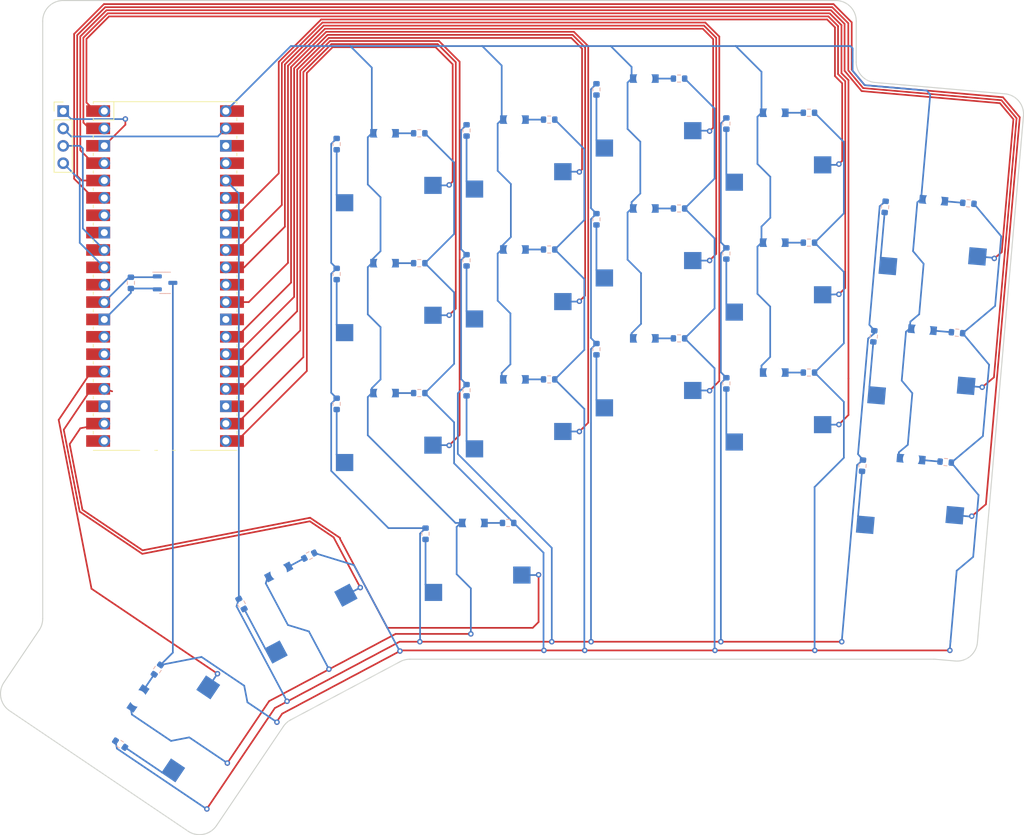
<source format=kicad_pcb>
(kicad_pcb (version 20221018) (generator pcbnew)
  (title_block (title "keeb") (rev "v1.0.0") (company "Unknown"))
  (layers (0 "F.Cu" signal) (31 "B.Cu" signal) (34 "B.Paste" user) (35 "F.Paste" user) (36 "B.SilkS" user "B.Silkscreen") (37 "F.SilkS" user "F.Silkscreen") (38 "B.Mask" user) (39 "F.Mask" user) (44 "Edge.Cuts" user))
  (net 0 "")
  (net 1 "LED_GATE")
  (net 2 "GND")
  (net 3 "LED_MOSFET_DRAIN")
  (net 4 "VBUS")
  (net 5 "V3")
  (net 6 "VSYS")
  (net 7 "AGND")
  (net 8 "V3_EN")
  (net 9 "RUN")
  (net 10 "ADC_VREF")
  (net 11 "mirror_matrix_pinky_bottom_LED")
  (net 12 "mirror_matrix_pinky_home_LED")
  (net 13 "mirror_matrix_pinky_top_LED")
  (net 14 "mirror_matrix_ring_bottom_LED")
  (net 15 "mirror_matrix_ring_home_LED")
  (net 16 "mirror_matrix_ring_top_LED")
  (net 17 "mirror_matrix_middle_bottom_LED")
  (net 18 "mirror_matrix_middle_home_LED")
  (net 19 "mirror_matrix_middle_top_LED")
  (net 20 "mirror_matrix_index_bottom_LED")
  (net 21 "mirror_matrix_index_home_LED")
  (net 22 "mirror_matrix_index_top_LED")
  (net 23 "mirror_matrix_inner_bottom_LED")
  (net 24 "mirror_matrix_inner_home_LED")
  (net 25 "mirror_matrix_inner_top_LED")
  (net 26 "mirror_thumbfan_near_thumb_LED")
  (net 27 "mirror_thumbfan_home_thumb_LED")
  (net 28 "mirror_thumbfan_far_thumb_LED")
  (net 29 "mirror_matrix_pinky_bottom")
  (net 30 "mirror_matrix_pinky_bottom_R")
  (net 31 "mirror_matrix_pinky_home")
  (net 32 "mirror_matrix_pinky_home_R")
  (net 33 "mirror_matrix_pinky_top")
  (net 34 "mirror_matrix_pinky_top_R")
  (net 35 "mirror_matrix_ring_bottom")
  (net 36 "mirror_matrix_ring_bottom_R")
  (net 37 "mirror_matrix_ring_home")
  (net 38 "mirror_matrix_ring_home_R")
  (net 39 "mirror_matrix_ring_top")
  (net 40 "mirror_matrix_ring_top_R")
  (net 41 "mirror_matrix_middle_bottom")
  (net 42 "mirror_matrix_middle_bottom_R")
  (net 43 "mirror_matrix_middle_home")
  (net 44 "mirror_matrix_middle_home_R")
  (net 45 "mirror_matrix_middle_top")
  (net 46 "mirror_matrix_middle_top_R")
  (net 47 "mirror_matrix_index_bottom")
  (net 48 "mirror_matrix_index_bottom_R")
  (net 49 "mirror_matrix_index_home")
  (net 50 "mirror_matrix_index_home_R")
  (net 51 "mirror_matrix_index_top")
  (net 52 "mirror_matrix_index_top_R")
  (net 53 "mirror_matrix_inner_bottom")
  (net 54 "mirror_matrix_inner_bottom_R")
  (net 55 "mirror_matrix_inner_home")
  (net 56 "mirror_matrix_inner_home_R")
  (net 57 "mirror_matrix_inner_top")
  (net 58 "mirror_matrix_inner_top_R")
  (net 59 "mirror_thumbfan_near_thumb")
  (net 60 "mirror_thumbfan_near_thumb_R")
  (net 61 "mirror_thumbfan_home_thumb")
  (net 62 "mirror_thumbfan_home_thumb_R")
  (net 63 "mirror_thumbfan_far_thumb")
  (net 64 "mirror_thumbfan_far_thumb_R")
  (net 65 "MIRROR_SDA")
  (net 66 "MIRROR_SCL")
  (net 67 "GP5")
  (net 68 "GP8")
  (net 69 "GP10")
  (net 70 "GP11")
  (footprint "LED_1305_3412Metric" (layer "F.Cu") (at 169.460231 141.605823)
    (fp_text reference "LED32" hide)
    (fp_text value "" hide)
  )
  (footprint "MX" (layer "F.Cu") (at 249.355594 137.467148 175)
    (fp_text reference "S21" hide)
    (fp_text value "" hide)
  )
  (footprint "LED_1305_3412Metric" (layer "F.Cu") (at 207.460229 114.60582)
    (fp_text reference "LED27" hide)
    (fp_text value "" hide)
  )
  (footprint "MX" (layer "F.Cu") (at 137.605053 208.110368 -124)
    (fp_text reference "S36" hide)
    (fp_text value "" hide)
  )
  (footprint "MX" (layer "F.Cu") (at 247.69964 156.394847 175)
    (fp_text reference "S20" hide)
    (fp_text value "" hide)
  )
  (footprint "MX" (layer "F.Cu") (at 207.460226 138.685819 180)
    (fp_text reference "S26" hide)
    (fp_text value "" hide)
  )
  (footprint "MX" (layer "F.Cu") (at 169.460229 165.68582 180)
    (fp_text reference "S31" hide)
    (fp_text value "" hide)
  )
  (footprint "LED_1305_3412Metric" (layer "F.Cu") (at 169.460228 160.605819)
    (fp_text reference "LED31" hide)
    (fp_text value "" hide)
  )
  (footprint "MX" (layer "F.Cu") (at 226.460225 162.685821 180)
    (fp_text reference "S22" hide)
    (fp_text value "" hide)
  )
  (footprint "MX" (layer "F.Cu") (at 169.460227 127.685821 180)
    (fp_text reference "S33" hide)
    (fp_text value "" hide)
  )
  (footprint "LED_1305_3412Metric" (layer "F.Cu") (at 133.393545 205.269668 56)
    (fp_text reference "LED36" hide)
    (fp_text value "" hide)
  )
  (footprint "MX" (layer "F.Cu") (at 188.460226 125.685819 180)
    (fp_text reference "S30" hide)
    (fp_text value "" hide)
  )
  (footprint "MX" (layer "F.Cu") (at 182.460226 184.685822 180)
    (fp_text reference "S34" hide)
    (fp_text value "" hide)
  )
  (footprint "MX" (layer "F.Cu") (at 226.460226 143.68582 180)
    (fp_text reference "S23" hide)
    (fp_text value "" hide)
  )
  (footprint "MX" (layer "F.Cu") (at 226.460225 124.685818 180)
    (fp_text reference "S24" hide)
    (fp_text value "" hide)
  )
  (footprint "LED_1305_3412Metric" (layer "F.Cu") (at 153.975436 186.770207 28)
    (fp_text reference "LED35" hide)
    (fp_text value "" hide)
  )
  (footprint "LED_1305_3412Metric" (layer "F.Cu") (at 226.460228 138.605818)
    (fp_text reference "LED23" hide)
    (fp_text value "" hide)
  )
  (footprint "LED_1305_3412Metric" (layer "F.Cu") (at 188.460226 158.605822)
    (fp_text reference "LED28" hide)
    (fp_text value "" hide)
  )
  (footprint "LED_1305_3412Metric" (layer "F.Cu") (at 188.460226 120.605819)
    (fp_text reference "LED30" hide)
    (fp_text value "" hide)
  )
  (footprint "MX" (layer "F.Cu") (at 207.460224 157.685819 180)
    (fp_text reference "S25" hide)
    (fp_text value "" hide)
  )
  (footprint "LED_1305_3412Metric" (layer "F.Cu") (at 226.460225 157.605822)
    (fp_text reference "LED22" hide)
    (fp_text value "" hide)
  )
  (footprint "LED_1305_3412Metric" (layer "F.Cu") (at 169.460223 122.605821)
    (fp_text reference "LED33" hide)
    (fp_text value "" hide)
  )
  (footprint "MX" (layer "F.Cu") (at 188.460226 163.685819 180)
    (fp_text reference "S28" hide)
    (fp_text value "" hide)
  )
  (footprint "LED_1305_3412Metric" (layer "F.Cu") (at 207.460227 133.605819)
    (fp_text reference "LED26" hide)
    (fp_text value "" hide)
  )
  (footprint "LED_1305_3412Metric" (layer "F.Cu") (at 246.486433 170.261881 -5)
    (fp_text reference "LED19" hide)
    (fp_text value "" hide)
  )
  (footprint "LED_1305_3412Metric" (layer "F.Cu") (at 182.460231 179.60582)
    (fp_text reference "LED34" hide)
    (fp_text value "" hide)
  )
  (footprint "LED_1305_3412Metric" (layer "F.Cu") (at 248.142389 151.334178 -5)
    (fp_text reference "LED20" hide)
    (fp_text value "" hide)
  )
  (footprint "MX" (layer "F.Cu") (at 188.460226 144.68582 180)
    (fp_text reference "S29" hide)
    (fp_text value "" hide)
  )
  (footprint "PinHeader_1x04_P2.54mm_Vertical" (layer "F.Cu") (at 122.46023 119.365818)
    (fp_text reference "_2" hide)
    (fp_text value "" hide)
  )
  (footprint "LED_1305_3412Metric" (layer "F.Cu") (at 226.460228 119.605819)
    (fp_text reference "LED24" hide)
    (fp_text value "" hide)
  )
  (footprint "MX" (layer "F.Cu") (at 156.360345 191.25558 -152)
    (fp_text reference "S35" hide)
    (fp_text value "" hide)
  )
  (footprint "MX" (layer "F.Cu") (at 169.460229 146.685824 180)
    (fp_text reference "S32" hide)
    (fp_text value "" hide)
  )
  (footprint "LED_1305_3412Metric" (layer "F.Cu") (at 249.798346 132.406479 -5)
    (fp_text reference "LED21" hide)
    (fp_text value "" hide)
  )
  (footprint "MX" (layer "F.Cu") (at 207.460226 119.68582 180)
    (fp_text reference "S27" hide)
    (fp_text value "" hide)
  )
  (footprint "LED_1305_3412Metric" (layer "F.Cu") (at 188.460225 139.60582)
    (fp_text reference "LED29" hide)
    (fp_text value "" hide)
  )
  (footprint "RPi_Pico_SMD_TH" (layer "F.Cu") (at 137.360226 143.485818)
    (fp_text reference "MCU2" hide)
    (fp_text value "" hide)
  )
  (footprint "LED_1305_3412Metric" (layer "F.Cu") (at 207.460226 152.605819)
    (fp_text reference "LED25" hide)
    (fp_text value "" hide)
  )
  (footprint "MX" (layer "F.Cu") (at 246.043684 175.322551 175)
    (fp_text reference "S19" hide)
    (fp_text value "" hide)
  )
  (footprint "R_0603_1608Metric" (layer "B.Cu") (at 162.460229 124.185818 -90)
    (fp_text reference "R71" hide)
    (fp_text value "" hide)
  )
  (footprint "R_0603_1608Metric" (layer "B.Cu") (at 158.460806 184.385294 28)
    (fp_text reference "R55" hide)
    (fp_text value "" hide)
  )
  (footprint "R_0603_1608Metric" (layer "B.Cu") (at 231.540226 157.60582)
    (fp_text reference "R42" hide)
    (fp_text value "" hide)
  )
  (footprint "R_0603_1608Metric" (layer "B.Cu") (at 130.789076 211.956455 -34)
    (fp_text reference "R74" hide)
    (fp_text value "" hide)
  )
  (footprint "R_0603_1608Metric" (layer "B.Cu") (at 212.540226 133.60582)
    (fp_text reference "R46" hide)
    (fp_text value "" hide)
  )
  (footprint "R_0603_1608Metric" (layer "B.Cu") (at 136.234243 201.058159 56)
    (fp_text reference "R56" hide)
    (fp_text value "" hide)
  )
  (footprint "R_0603_1608Metric" (layer "B.Cu") (at 193.540223 120.605819)
    (fp_text reference "R50" hide)
    (fp_text value "" hide)
  )
  (footprint "R_0603_1608Metric" (layer "B.Cu") (at 212.540224 152.605818)
    (fp_text reference "R45" hide)
    (fp_text value "" hide)
  )
  (footprint "R_0603_1608Metric" (layer "B.Cu") (at 174.54023 160.605821)
    (fp_text reference "R51" hide)
    (fp_text value "" hide)
  )
  (footprint "R_0603_1608Metric" (layer "B.Cu") (at 231.540226 138.605819)
    (fp_text reference "R43" hide)
    (fp_text value "" hide)
  )
  (footprint "R_0603_1608Metric" (layer "B.Cu") (at 231.540229 119.60582)
    (fp_text reference "R44" hide)
    (fp_text value "" hide)
  )
  (footprint "R_0603_1608Metric" (layer "B.Cu") (at 193.540224 158.605819)
    (fp_text reference "R48" hide)
    (fp_text value "" hide)
  )
  (footprint "R_0603_1608Metric" (layer "B.Cu") (at 241.031321 152.298079 -95)
    (fp_text reference "R58" hide)
    (fp_text value "" hide)
  )
  (footprint "R_0603_1608Metric" (layer "B.Cu") (at 219.460224 140.185818 -90)
    (fp_text reference "R61" hide)
    (fp_text value "" hide)
  )
  (footprint "R_0603_1608Metric" (layer "B.Cu") (at 193.540225 139.605819)
    (fp_text reference "R49" hide)
    (fp_text value "" hide)
  )
  (footprint "R_0603_1608Metric" (layer "B.Cu") (at 174.540225 122.60582)
    (fp_text reference "R53" hide)
    (fp_text value "" hide)
  )
  (footprint "R_0603_1608Metric" (layer "B.Cu") (at 239.375361 171.225775 -95)
    (fp_text reference "R57" hide)
    (fp_text value "" hide)
  )
  (footprint "R_0603_1608Metric" (layer "B.Cu") (at 187.54023 179.605818)
    (fp_text reference "R54" hide)
    (fp_text value "" hide)
  )
  (footprint "R_0603_1608Metric" (layer "B.Cu") (at 175.460229 181.185819 -90)
    (fp_text reference "R72" hide)
    (fp_text value "" hide)
  )
  (footprint "R_0603_1608Metric" (layer "B.Cu") (at 212.540228 114.60582)
    (fp_text reference "R47" hide)
    (fp_text value "" hide)
  )
  (footprint "R_0603_1608Metric" (layer "B.Cu") (at 162.460229 143.185817 -90)
    (fp_text reference "R70" hide)
    (fp_text value "" hide)
  )
  (footprint "R_0603_1608Metric" (layer "B.Cu") (at 148.536563 191.451566 -62)
    (fp_text reference "R73" hide)
    (fp_text value "" hide)
  )
  (footprint "R_0603_1608Metric" (layer "B.Cu") (at 253.203056 151.776928 -5)
    (fp_text reference "R40" hide)
    (fp_text value "" hide)
  )
  (footprint "SOT-23-3" (layer "B.Cu") (at 137.360226 144.485819)
    (fp_text reference "M2" hide)
    (fp_text value "" hide)
  )
  (footprint "R_0603_1608Metric" (layer "B.Cu") (at 162.460231 162.185821 -90)
    (fp_text reference "R69" hide)
    (fp_text value "" hide)
  )
  (footprint "R_0603_1608Metric" (layer "B.Cu") (at 219.460225 159.185818 -90)
    (fp_text reference "R60" hide)
    (fp_text value "" hide)
  )
  (footprint "R_0603_1608Metric" (layer "B.Cu") (at 181.460226 141.185818 -90)
    (fp_text reference "R67" hide)
    (fp_text value "" hide)
  )
  (footprint "R_0603_1608Metric" (layer "B.Cu") (at 200.460225 154.18582 -90)
    (fp_text reference "R63" hide)
    (fp_text value "" hide)
  )
  (footprint "R_0603_1608Metric" (layer "B.Cu") (at 200.460225 116.185821 -90)
    (fp_text reference "R65" hide)
    (fp_text value "" hide)
  )
  (footprint "R_0603_1608Metric" (layer "B.Cu") (at 251.5471 170.704632 -5)
    (fp_text reference "R39" hide)
    (fp_text value "" hide)
  )
  (footprint "R_0603_1608Metric" (layer "B.Cu") (at 254.859016 132.849229 -5)
    (fp_text reference "R41" hide)
    (fp_text value "" hide)
  )
  (footprint "R_0603_1608Metric" (layer "B.Cu") (at 132.360229 144.485819 -90)
    (fp_text reference "R2" hide)
    (fp_text value "" hide)
  )
  (footprint "R_0603_1608Metric" (layer "B.Cu") (at 174.540228 141.60582)
    (fp_text reference "R52" hide)
    (fp_text value "" hide)
  )
  (footprint "R_0603_1608Metric" (layer "B.Cu") (at 200.460224 135.185819 -90)
    (fp_text reference "R64" hide)
    (fp_text value "" hide)
  )
  (footprint "R_0603_1608Metric" (layer "B.Cu") (at 242.687279 133.370376 -95)
    (fp_text reference "R59" hide)
    (fp_text value "" hide)
  )
  (footprint "R_0603_1608Metric" (layer "B.Cu") (at 181.460227 160.18582 -90)
    (fp_text reference "R66" hide)
    (fp_text value "" hide)
  )
  (footprint "R_0603_1608Metric" (layer "B.Cu") (at 181.460223 122.185819 -90)
    (fp_text reference "R68" hide)
    (fp_text value "" hide)
  )
  (footprint "R_0603_1608Metric" (layer "B.Cu") (at 219.460226 121.185819 -90)
    (fp_text reference "R62" hide)
    (fp_text value "" hide)
  )
  (gr_arc (start 114.612445 207.07627) (mid 113.345145 205.161587) (end 113.802908 202.911583) (stroke (width 0.15)) (layer "Edge.Cuts"))
  (gr_line (start 252.936871 199.796457) (end 250.088241 199.547235) (stroke (width 0.15)) (layer "Edge.Cuts"))
  (gr_line (start 144.883531 223.875722) (end 154.665741 209.372999) (stroke (width 0.15)) (layer "Edge.Cuts"))
  (gr_arc (start 119.460224 106.185821) (mid 120.338905 104.064499) (end 122.460229 103.185819) (stroke (width 0.15)) (layer "Edge.Cuts"))
  (gr_line (start 122.460229 103.185819) (end 235.460229 103.18582) (stroke (width 0.15)) (layer "Edge.Cuts"))
  (gr_arc (start 154.665741 209.372999) (mid 155.145463 208.821142) (end 155.744441 208.401734) (stroke (width 0.15)) (layer "Edge.Cuts"))
  (gr_arc (start 249.826773 199.53582) (mid 249.957632 199.538675) (end 250.088241 199.547235) (stroke (width 0.15)) (layer "Edge.Cuts"))
  (gr_line (start 173.166782 199.535818) (end 249.826773 199.53582) (stroke (width 0.15)) (layer "Edge.Cuts"))
  (gr_arc (start 260.1952 116.833362) (mid 262.231867 117.893582) (end 262.922319 120.083412) (stroke (width 0.15)) (layer "Edge.Cuts"))
  (gr_line (start 119.460224 193.607072) (end 119.460224 106.185821) (stroke (width 0.15)) (layer "Edge.Cuts"))
  (gr_line (start 238.460225 106.185821) (end 238.460227 112.182806) (stroke (width 0.15)) (layer "Edge.Cuts"))
  (gr_line (start 241.19876 115.171394) (end 260.195203 116.833363) (stroke (width 0.15)) (layer "Edge.Cuts"))
  (gr_arc (start 241.19876 115.171394) (mid 239.248392 114.20958) (end 238.460227 112.182806) (stroke (width 0.15)) (layer "Edge.Cuts"))
  (gr_arc (start 235.460229 103.18582) (mid 237.581548 104.064501) (end 238.460225 106.185821) (stroke (width 0.15)) (layer "Edge.Cuts"))
  (gr_line (start 114.612446 207.07627) (end 140.718834 224.685258) (stroke (width 0.15)) (layer "Edge.Cuts"))
  (gr_arc (start 119.460225 193.607073) (mid 119.32914 194.484186) (end 118.947339 195.284648) (stroke (width 0.15)) (layer "Edge.Cuts"))
  (gr_arc (start 171.758367 199.886975) (mid 172.441016 199.624931) (end 173.166782 199.535818) (stroke (width 0.15)) (layer "Edge.Cuts"))
  (gr_arc (start 144.883531 223.875719) (mid 142.968844 225.143027) (end 140.718834 224.685258) (stroke (width 0.15)) (layer "Edge.Cuts"))
  (gr_line (start 155.744441 208.401734) (end 171.758367 199.886975) (stroke (width 0.15)) (layer "Edge.Cuts"))
  (gr_arc (start 256.186923 197.069343) (mid 255.126701 199.106007) (end 252.936871 199.796457) (stroke (width 0.15)) (layer "Edge.Cuts"))
  (gr_line (start 256.186924 197.069342) (end 262.922319 120.083412) (stroke (width 0.15)) (layer "Edge.Cuts"))
  (gr_line (start 113.802908 202.91158) (end 118.947339 195.284648) (stroke (width 0.15)) (layer "Edge.Cuts"))
  (segment (start 136.097726 143.660819) (end 136.222728 143.53582) (width 0.25) (layer "B.Cu") (net 1))
  (segment (start 132.360226 143.660819) (end 136.097726 143.660819) (width 0.25) (layer "B.Cu") (net 1))
  (segment (start 128.470228 147.295819) (end 132.105229 143.660821) (width 0.25) (layer "B.Cu") (net 1))
  (segment (start 132.105229 143.660821) (end 132.360226 143.660819) (width 0.25) (layer "B.Cu") (net 1))
  (segment (start 131.552677 121.353367) (end 128.470226 124.435818) (width 0.25) (layer "F.Cu") (net 2))
  (segment (start 131.552677 120.517721) (end 131.552677 121.353367) (width 0.25) (layer "F.Cu") (net 2))
  (via (at 131.552677 120.517721) (size 0.8) (drill 0.4) (layers "F.Cu" "B.Cu") (net 2))
  (segment (start 132.360227 145.310819) (end 136.097726 145.310821) (width 0.25) (layer "B.Cu") (net 2))
  (segment (start 123.625227 120.530819) (end 122.46023 119.365818) (width 0.25) (layer "B.Cu") (net 2))
  (segment (start 128.470226 149.835819) (end 132.360231 145.945819) (width 0.25) (layer "B.Cu") (net 2))
  (segment (start 136.097726 145.310821) (end 136.222727 145.435821) (width 0.25) (layer "B.Cu") (net 2))
  (segment (start 131.53958 120.530821) (end 123.625227 120.530819) (width 0.25) (layer "B.Cu") (net 2))
  (segment (start 132.360231 145.945819) (end 132.360227 145.310819) (width 0.25) (layer "B.Cu") (net 2))
  (segment (start 131.552677 120.517721) (end 131.53958 120.530821) (width 0.25) (layer "B.Cu") (net 2))
  (segment (start 192.77816 198.248024) (end 198.747162 198.248024) (width 0.25) (layer "F.Cu") (net 3))
  (segment (start 252.153479 198.248023) (end 252.157 198.244502) (width 0.25) (layer "F.Cu") (net 3))
  (segment (start 198.747162 198.248024) (end 217.79716 198.248024) (width 0.25) (layer "F.Cu") (net 3))
  (segment (start 192.77816 198.248024) (end 172.030377 198.248024) (width 0.25) (layer "F.Cu") (net 3))
  (segment (start 232.402165 198.248024) (end 252.153479 198.248023) (width 0.25) (layer "F.Cu") (net 3))
  (segment (start 171.946353 198.222336) (end 154.489284 207.504423) (width 0.25) (layer "F.Cu") (net 3))
  (segment (start 217.79716 198.248024) (end 232.402165 198.248024) (width 0.25) (layer "F.Cu") (net 3))
  (segment (start 154.489284 207.504423) (end 153.708093 208.662589) (width 0.25) (layer "F.Cu") (net 3))
  (segment (start 172.030377 198.248024) (end 171.946353 198.222336) (width 0.25) (layer "F.Cu") (net 3))
  (segment (start 153.708093 208.662589) (end 153.724206 208.745486) (width 0.25) (layer "F.Cu") (net 3))
  (segment (start 153.724206 208.745486) (end 153.641307 208.7616) (width 0.25) (layer "F.Cu") (net 3))
  (via (at 171.719661 198.34287) (size 0.8) (drill 0.4) (layers "F.Cu" "B.Cu") (net 3))
  (via (at 232.402165 198.248024) (size 0.8) (drill 0.4) (layers "F.Cu" "B.Cu") (net 3))
  (via (at 217.79716 198.248024) (size 0.8) (drill 0.4) (layers "F.Cu" "B.Cu") (net 3))
  (via (at 153.724206 208.745486) (size 0.8) (drill 0.4) (layers "F.Cu" "B.Cu") (net 3))
  (via (at 252.157 198.244502) (size 0.8) (drill 0.4) (layers "F.Cu" "B.Cu") (net 3))
  (via (at 198.747162 198.248024) (size 0.8) (drill 0.4) (layers "F.Cu" "B.Cu") (net 3))
  (via (at 192.77816 198.248024) (size 0.8) (drill 0.4) (layers "F.Cu" "B.Cu") (net 3))
  (segment (start 213.365227 152.605821) (end 217.737191 156.977787) (width 0.25) (layer "B.Cu") (net 3))
  (segment (start 194.365228 120.605818) (end 198.687197 124.92779) (width 0.25) (layer "B.Cu") (net 3))
  (segment (start 213.365227 133.605821) (end 217.737193 137.977791) (width 0.25) (layer "B.Cu") (net 3))
  (segment (start 258.776392 147.861875) (end 254.02492 151.848833) (width 0.25) (layer "B.Cu") (net 3))
  (segment (start 256.982845 166.905022) (end 252.368963 170.776532) (width 0.25) (layer "B.Cu") (net 3))
  (segment (start 171.66962 198.327572) (end 171.719661 198.34287) (width 0.25) (layer "B.Cu") (net 3))
  (segment (start 159.189236 183.99798) (end 164.994077 185.772698) (width 0.25) (layer "B.Cu") (net 3))
  (segment (start 236.648712 142.889303) (end 236.648711 153.322339) (width 0.25) (layer "B.Cu") (net 3))
  (segment (start 236.64871 161.889303) (end 236.648714 170.072124) (width 0.25) (layer "B.Cu") (net 3))
  (segment (start 192.741163 198.211024) (end 192.77816 198.248024) (width 0.25) (layer "B.Cu") (net 3))
  (segment (start 252.255878 196.850818) (end 252.13612 198.219622) (width 0.25) (layer "B.Cu") (net 3))
  (segment (start 253.153545 186.59041) (end 252.255878 196.850818) (width 0.25) (layer "B.Cu") (net 3))
  (segment (start 236.648713 134.322335) (end 232.365228 138.605822) (width 0.25) (layer "B.Cu") (net 3))
  (segment (start 232.365228 138.605822) (end 236.648712 142.889303) (width 0.25) (layer "B.Cu") (net 3))
  (segment (start 236.648714 123.889303) (end 236.648713 134.322335) (width 0.25) (layer "B.Cu") (net 3))
  (segment (start 192.718194 198.188057) (end 192.77816 198.248024) (width 0.25) (layer "B.Cu") (net 3))
  (segment (start 198.687192 135.283851) (end 194.365226 139.60582) (width 0.25) (layer "B.Cu") (net 3))
  (segment (start 198.687196 143.927786) (end 198.687193 154.283851) (width 0.25) (layer "B.Cu") (net 3))
  (segment (start 136.695577 200.374203) (end 138.497726 198.572054) (width 0.25) (layer "B.Cu") (net 3))
  (segment (start 232.367713 174.353121) (end 232.367711 198.213573) (width 0.25) (layer "B.Cu") (net 3))
  (segment (start 259.667833 137.672606) (end 258.776392 147.861875) (width 0.25) (layer "B.Cu") (net 3))
  (segment (start 194.365226 139.60582) (end 198.687196 143.927786) (width 0.25) (layer "B.Cu") (net 3))
  (segment (start 175.365226 141.605818) (end 179.637192 145.877787) (width 0.25) (layer "B.Cu") (net 3))
  (segment (start 179.637196 137.333856) (end 175.365226 141.605818) (width 0.25) (layer "B.Cu") (net 3))
  (segment (start 217.737195 198.188056) (end 217.79716 198.248024) (width 0.25) (layer "B.Cu") (net 3))
  (segment (start 232.390681 198.236542) (end 232.402165 198.248024) (width 0.25) (layer "B.Cu") (net 3))
  (segment (start 179.637195 156.333853) (end 175.365227 160.605818) (width 0.25) (layer "B.Cu") (net 3))
  (segment (start 217.737194 118.977785) (end 217.737195 129.233852) (width 0.25) (layer "B.Cu") (net 3))
  (segment (start 256.355916 175.528002) (end 255.56512 184.566858) (width 0.25) (layer "B.Cu") (net 3))
  (segment (start 179.637191 126.877787) (end 179.637196 137.333856) (width 0.25) (layer "B.Cu") (net 3))
  (segment (start 232.367711 198.213573) (end 232.402165 198.248024) (width 0.25) (layer "B.Cu") (net 3))
  (segment (start 198.687195 198.188056) (end 198.747162 198.248024) (width 0.25) (layer "B.Cu") (net 3))
  (segment (start 179.637193 164.877785) (end 179.637196 170.877785) (width 0.25) (layer "B.Cu") (net 3))
  (segment (start 179.637192 145.877787) (end 179.637195 156.333853) (width 0.25) (layer "B.Cu") (net 3))
  (segment (start 217.737195 148.233851) (end 213.365227 152.605821) (width 0.25) (layer "B.Cu") (net 3))
  (segment (start 217.737193 137.977791) (end 217.737195 148.233851) (width 0.25) (layer "B.Cu") (net 3))
  (segment (start 194.365227 158.605818) (end 198.687197 162.927788) (width 0.25) (layer "B.Cu") (net 3))
  (segment (start 236.648711 153.322339) (end 232.365228 157.605819) (width 0.25) (layer "B.Cu") (net 3))
  (segment (start 164.994077 185.772698) (end 171.66962 198.327572) (width 0.25) (layer "B.Cu") (net 3))
  (segment (start 149.407407 205.833769) (end 153.724206 208.745486) (width 0.25) (layer "B.Cu") (net 3))
  (segment (start 252.368963 170.776532) (end 256.355916 175.528002) (width 0.25) (layer "B.Cu") (net 3))
  (segment (start 192.741163 198.285023) (end 192.741162 198.375024) (width 0.25) (layer "B.Cu") (net 3))
  (segment (start 213.365227 114.605818) (end 217.737194 118.977785) (width 0.25) (layer "B.Cu") (net 3))
  (segment (start 198.687193 154.283851) (end 194.365227 158.605818) (width 0.25) (layer "B.Cu") (net 3))
  (segment (start 232.365228 119.605819) (end 236.648714 123.889303) (width 0.25) (layer "B.Cu") (net 3))
  (segment (start 148.937608 203.416859) (end 149.407407 205.833769) (width 0.25) (layer "B.Cu") (net 3))
  (segment (start 217.737191 156.977787) (end 217.737195 198.188056) (width 0.25) (layer "B.Cu") (net 3))
  (segment (start 255.680879 132.921137) (end 259.667833 137.672606) (width 0.25) (layer "B.Cu") (net 3))
  (segment (start 192.77816 198.248024) (end 192.741163 198.285023) (width 0.25) (layer "B.Cu") (net 3))
  (segment (start 192.718192 183.958788) (end 192.718194 198.188057) (width 0.25) (layer "B.Cu") (net 3))
  (segment (start 217.737195 129.233852) (end 213.365227 133.605821) (width 0.25) (layer "B.Cu") (net 3))
  (segment (start 198.687197 162.927788) (end 198.687195 198.188056) (width 0.25) (layer "B.Cu") (net 3))
  (segment (start 142.697146 199.207615) (end 148.937608 203.416859) (width 0.25) (layer "B.Cu") (net 3))
  (segment (start 138.497726 198.572054) (end 138.497726 144.485819) (width 0.25) (layer "B.Cu") (net 3))
  (segment (start 232.39068 198.109541) (end 232.402164 198.121023) (width 0.25) (layer "B.Cu") (net 3))
  (segment (start 175.365226 122.605818) (end 179.637191 126.877787) (width 0.25) (layer "B.Cu") (net 3))
  (segment (start 255.56512 184.566858) (end 253.153545 186.59041) (width 0.25) (layer "B.Cu") (net 3))
  (segment (start 198.687197 124.92779) (end 198.687192 135.283851) (width 0.25) (layer "B.Cu") (net 3))
  (segment (start 179.637196 170.877785) (end 192.718192 183.958788) (width 0.25) (layer "B.Cu") (net 3))
  (segment (start 257.896428 156.462718) (end 256.982845 166.905022) (width 0.25) (layer "B.Cu") (net 3))
  (segment (start 252.13612 198.219622) (end 252.157 198.244502) (width 0.25) (layer "B.Cu") (net 3))
  (segment (start 254.02492 151.848833) (end 257.896428 156.462718) (width 0.25) (layer "B.Cu") (net 3))
  (segment (start 252.255878 196.850818) (end 252.2434 196.993431) (width 0.25) (layer "B.Cu") (net 3))
  (segment (start 175.365227 160.605818) (end 179.637193 164.877785) (width 0.25) (layer "B.Cu") (net 3))
  (segment (start 236.648714 170.072124) (end 232.367713 174.353121) (width 0.25) (layer "B.Cu") (net 3))
  (segment (start 136.695577 200.374201) (end 142.697146 199.207615) (width 0.25) (layer "B.Cu") (net 3))
  (segment (start 232.365228 157.605819) (end 236.64871 161.889303) (width 0.25) (layer "B.Cu") (net 3))
  (segment (start 182.087195 195.835024) (end 171.077801 195.835024) (width 0.25) (layer "F.Cu") (net 4))
  (segment (start 171.077801 195.835024) (end 152.57781 205.671641) (width 0.25) (layer "F.Cu") (net 4))
  (segment (start 152.57781 205.671641) (end 148.31549 211.990795) (width 0.25) (layer "F.Cu") (net 4))
  (segment (start 146.470306 214.72639) (end 146.470921 214.729551) (width 0.25) (layer "F.Cu") (net 4))
  (segment (start 148.31549 211.990795) (end 146.470306 214.72639) (width 0.25) (layer "F.Cu") (net 4))
  (via (at 161.332186 200.98926) (size 0.8) (drill 0.4) (layers "F.Cu" "B.Cu") (net 4))
  (via (at 146.470921 214.729551) (size 0.8) (drill 0.4) (layers "F.Cu" "B.Cu") (net 4))
  (via (at 182.087195 195.835024) (size 0.8) (drill 0.4) (layers "F.Cu" "B.Cu") (net 4))
  (segment (start 205.600226 132.685389) (end 205.600225 133.605822) (width 0.25) (layer "B.Cu") (net 4))
  (segment (start 132.512358 207.629208) (end 138.230568 211.486191) (width 0.25) (layer "B.Cu") (net 4))
  (segment (start 247.672826 149.071262) (end 246.378227 150.157563) (width 0.25) (layer "B.Cu") (net 4))
  (segment (start 237.927191 110.492756) (end 237.927192 111.894324) (width 0.25) (layer "B.Cu") (net 4))
  (segment (start 167.600228 159.890386) (end 167.600227 160.605821) (width 0.25) (layer "B.Cu") (net 4))
  (segment (start 132.353446 206.811678) (end 132.512358 207.629208) (width 0.25) (layer "B.Cu") (net 4))
  (segment (start 186.011327 121.194719) (end 186.011325 128.09213) (width 0.25) (layer "B.Cu") (net 4))
  (segment (start 180.011329 187.092136) (end 180.011326 180.194721) (width 0.25) (layer "B.Cu") (net 4))
  (segment (start 206.979197 143.060002) (end 206.979193 150.483421) (width 0.25) (layer "B.Cu") (net 4))
  (segment (start 202.54568 109.849723) (end 220.83368 109.849722) (width 0.25) (layer "B.Cu") (net 4))
  (segment (start 224.60023 136.251035) (end 224.60023 138.60582) (width 0.25) (layer "B.Cu") (net 4))
  (segment (start 187.875228 148.95603) (end 187.875226 156.397174) (width 0.25) (layer "B.Cu") (net 4))
  (segment (start 246.378227 150.157563) (end 246.289469 151.172073) (width 0.25) (layer "B.Cu") (net 4))
  (segment (start 205.011328 115.194724) (end 205.011328 121.972554) (width 0.25) (layer "B.Cu") (net 4))
  (segment (start 167.600224 122.605817) (end 167.011327 123.194718) (width 0.25) (layer "B.Cu") (net 4))
  (segment (start 167.600228 113.00427) (end 164.445678 109.849722) (width 0.25) (layer "B.Cu") (net 4))
  (segment (start 140.894693 210.968338) (end 146.470921 214.729551) (width 0.25) (layer "B.Cu") (net 4))
  (segment (start 225.890711 134.960547) (end 224.60023 136.251035) (width 0.25) (layer "B.Cu") (net 4))
  (segment (start 247.394108 132.706976) (end 246.769156 139.850242) (width 0.25) (layer "B.Cu") (net 4))
  (segment (start 186.011326 147.092129) (end 187.875228 148.95603) (width 0.25) (layer "B.Cu") (net 4))
  (segment (start 224.60023 119.605822) (end 224.011328 120.194723) (width 0.25) (layer "B.Cu") (net 4))
  (segment (start 155.756323 109.849722) (end 146.250226 119.355821) (width 0.25) (layer "B.Cu") (net 4))
  (segment (start 205.600227 151.862389) (end 205.600226 152.605818) (width 0.25) (layer "B.Cu") (net 4))
  (segment (start 182.087192 195.835021) (end 182.087192 189.168004) (width 0.25) (layer "B.Cu") (net 4))
  (segment (start 186.600226 120.605821) (end 186.011327 121.194719) (width 0.25) (layer "B.Cu") (net 4))
  (segment (start 167.600227 160.605821) (end 167.011327 161.19472) (width 0.25) (layer "B.Cu") (net 4))
  (segment (start 220.83368 109.849722) (end 237.597678 109.849721) (width 0.25) (layer "B.Cu") (net 4))
  (segment (start 168.875229 131.956031) (end 168.875228 139.850299) (width 0.25) (layer "B.Cu") (net 4))
  (segment (start 164.445678 109.849722) (end 183.749678 109.849723) (width 0.25) (layer "B.Cu") (net 4))
  (segment (start 237.935226 110.484725) (end 237.927191 110.492756) (width 0.25) (layer "B.Cu") (net 4))
  (segment (start 167.011327 161.19472) (end 167.011326 166.776554) (width 0.25) (layer "B.Cu") (net 4))
  (segment (start 246.769156 139.850242) (end 248.318068 141.696161) (width 0.25) (layer "B.Cu") (net 4))
  (segment (start 237.935225 110.187271) (end 237.935226 110.484725) (width 0.25) (layer "B.Cu") (net 4))
  (segment (start 224.011328 120.194723) (end 224.011329 127.092131) (width 0.25) (layer "B.Cu") (net 4))
  (segment (start 205.600225 133.605822) (end 205.011327 134.19472) (width 0.25) (layer "B.Cu") (net 4))
  (segment (start 224.011328 146.09213) (end 225.875228 147.95603) (width 0.25) (layer "B.Cu") (net 4))
  (segment (start 179.840589 179.605819) (end 180.600231 179.605819) (width 0.25) (layer "B.Cu") (net 4))
  (segment (start 187.940676 130.021482) (end 187.94068 137.784844) (width 0.25) (layer "B.Cu") (net 4))
  (segment (start 205.011328 121.972554) (end 206.875227 123.836455) (width 0.25) (layer "B.Cu") (net 4))
  (segment (start 245.113195 158.77794) (end 246.662112 160.623864) (width 0.25) (layer "B.Cu") (net 4))
  (segment (start 225.875225 155.318604) (end 224.600228 156.593604) (width 0.25) (layer "B.Cu") (net 4))
  (segment (start 206.875228 131.410388) (end 205.600226 132.685389) (width 0.25) (layer "B.Cu") (net 4))
  (segment (start 167.011328 149.092134) (end 168.879196 150.960002) (width 0.25) (layer "B.Cu") (net 4))
  (segment (start 167.011326 166.776554) (end 179.840589 179.605819) (width 0.25) (layer "B.Cu") (net 4))
  (segment (start 167.011325 130.092133) (end 168.875229 131.956031) (width 0.25) (layer "B.Cu") (net 4))
  (segment (start 183.749678 109.849723) (end 202.54568 109.849723) (width 0.25) (layer "B.Cu") (net 4))
  (segment (start 224.600226 113.616274) (end 220.83368 109.849722) (width 0.25) (layer "B.Cu") (net 4))
  (segment (start 247.945425 132.244369) (end 249.282845 116.957601) (width 0.25) (layer "B.Cu") (net 4))
  (segment (start 206.875227 123.836455) (end 206.875228 131.410388) (width 0.25) (layer "B.Cu") (net 4))
  (segment (start 156.69868 109.849724) (end 155.756323 109.849722) (width 0.25) (layer "B.Cu") (net 4))
  (segment (start 182.087192 189.168004) (end 180.011329 187.092136) (width 0.25) (layer "B.Cu") (net 4))
  (segment (start 180.011326 180.194721) (end 180.600231 179.605819) (width 0.25) (layer "B.Cu") (net 4))
  (segment (start 152.089655 188.43987) (end 155.32779 194.529917) (width 0.25) (layer "B.Cu") (net 4))
  (segment (start 167.011327 123.194718) (end 167.011325 130.092133) (width 0.25) (layer "B.Cu") (net 4))
  (segment (start 246.289469 151.172073) (end 245.738153 151.634682) (width 0.25) (layer "B.Cu") (net 4))
  (segment (start 156.69868 109.849724) (end 164.445678 109.849722) (width 0.25) (layer "B.Cu") (net 4))
  (segment (start 168.879196 150.960002) (end 168.879195 158.611423) (width 0.25) (layer "B.Cu") (net 4))
  (segment (start 246.662112 160.623864) (end 246.001448 168.175287) (width 0.25) (layer "B.Cu") (net 4))
  (segment (start 205.60023 114.605819) (end 205.600229 112.904272) (width 0.25) (layer "B.Cu") (net 4))
  (segment (start 245.738153 151.634682) (end 245.113195 158.77794) (width 0.25) (layer "B.Cu") (net 4))
  (segment (start 168.875228 139.850299) (end 167.600228 141.125298) (width 0.25) (layer "B.Cu") (net 4))
  (segment (start 237.597678 109.849721) (end 237.935225 110.187271) (width 0.25) (layer "B.Cu") (net 4))
  (segment (start 224.600228 156.593604) (end 224.600227 157.605819) (width 0.25) (layer "B.Cu") (net 4))
  (segment (start 168.879195 158.611423) (end 167.600228 159.890386) (width 0.25) (layer "B.Cu") (net 4))
  (segment (start 138.230568 211.486191) (end 140.894693 210.968338) (width 0.25) (layer "B.Cu") (net 4))
  (segment (start 205.011327 134.19472) (end 205.011326 141.092129) (width 0.25) (layer "B.Cu") (net 4))
  (segment (start 206.979193 150.483421) (end 205.600227 151.862389) (width 0.25) (layer "B.Cu") (net 4))
  (segment (start 205.60023 114.605819) (end 205.011328 115.194724) (width 0.25) (layer "B.Cu") (net 4))
  (segment (start 237.92719 113.458723) (end 237.944219 113.47575) (width 0.25) (layer "B.Cu") (net 4))
  (segment (start 237.927192 111.894324) (end 237.92719 113.458723) (width 0.25) (layer "B.Cu") (net 4))
  (segment (start 237.927193 111.970745) (end 237.92952 112.136415) (width 0.25) (layer "B.Cu") (net 4))
  (segment (start 225.890709 128.971515) (end 225.890711 134.960547) (width 0.25) (layer "B.Cu") (net 4))
  (segment (start 246.001448 168.175287) (end 244.706842 169.261593) (width 0.25) (layer "B.Cu") (net 4))
  (segment (start 205.011326 141.092129) (end 206.979197 143.060002) (width 0.25) (layer "B.Cu") (net 4))
  (segment (start 186.011325 128.09213) (end 187.940676 130.021482) (width 0.25) (layer "B.Cu") (net 4))
  (segment (start 158.396551 195.468132) (end 161.332186 200.98926) (width 0.25) (layer "B.Cu") (net 4))
  (segment (start 186.600226 139.125298) (end 186.600227 139.605819) (width 0.25) (layer "B.Cu") (net 4))
  (segment (start 187.94068 137.784844) (end 186.600226 139.125298) (width 0.25) (layer "B.Cu") (net 4))
  (segment (start 152.333152 187.643423) (end 152.089655 188.43987) (width 0.25) (layer "B.Cu") (net 4))
  (segment (start 249.282845 116.957601) (end 248.783019 116.361933) (width 0.25) (layer "B.Cu") (net 4))
  (segment (start 237.927192 111.894324) (end 237.927193 111.970745) (width 0.25) (layer "B.Cu") (net 4))
  (segment (start 186.600227 112.700271) (end 183.749678 109.849723) (width 0.25) (layer "B.Cu") (net 4))
  (segment (start 224.011327 139.194719) (end 224.011328 146.09213) (width 0.25) (layer "B.Cu") (net 4))
  (segment (start 224.60023 138.60582) (end 224.011327 139.194719) (width 0.25) (layer "B.Cu") (net 4))
  (segment (start 186.600227 139.605819) (end 186.011327 140.194719) (width 0.25) (layer "B.Cu") (net 4))
  (segment (start 248.783019 116.361933) (end 244.564809 115.992889) (width 0.25) (layer "B.Cu") (net 4))
  (segment (start 205.600229 112.904272) (end 202.54568 109.849723) (width 0.25) (layer "B.Cu") (net 4))
  (segment (start 247.945426 132.244368) (end 247.394108 132.706976) (width 0.25) (layer "B.Cu") (net 4))
  (segment (start 155.32779 194.529917) (end 158.396551 195.468132) (width 0.25) (layer "B.Cu") (net 4))
  (segment (start 248.318068 141.696161) (end 247.672826 149.071262) (width 0.25) (layer "B.Cu") (net 4))
  (segment (start 186.011327 140.194719) (end 186.011326 147.092129) (width 0.25) (layer "B.Cu") (net 4))
  (segment (start 167.600224 122.605817) (end 167.600228 113.00427) (width 0.25) (layer "B.Cu") (net 4))
  (segment (start 167.600226 141.605823) (end 167.011327 142.194721) (width 0.25) (layer "B.Cu") (net 4))
  (segment (start 224.60023 119.605821) (end 224.600226 113.616274) (width 0.25) (layer "B.Cu") (net 4))
  (segment (start 167.011327 142.194721) (end 167.011328 149.092134) (width 0.25) (layer "B.Cu") (net 4))
  (segment (start 186.600228 157.672174) (end 186.600223 158.60582) (width 0.25) (layer "B.Cu") (net 4))
  (segment (start 239.699152 115.567199) (end 237.944219 113.47575) (width 0.25) (layer "B.Cu") (net 4))
  (segment (start 186.600226 120.605821) (end 186.600227 112.700271) (width 0.25) (layer "B.Cu") (net 4))
  (segment (start 167.600228 141.125298) (end 167.600226 141.605823) (width 0.25) (layer "B.Cu") (net 4))
  (segment (start 225.875228 147.95603) (end 225.875225 155.318604) (width 0.25) (layer "B.Cu") (net 4))
  (segment (start 224.011329 127.092131) (end 225.890709 128.971515) (width 0.25) (layer "B.Cu") (net 4))
  (segment (start 244.706842 169.261593) (end 244.633512 170.099769) (width 0.25) (layer "B.Cu") (net 4))
  (segment (start 244.564809 115.992889) (end 239.699152 115.567199) (width 0.25) (layer "B.Cu") (net 4))
  (segment (start 187.875226 156.397174) (end 186.600228 157.672174) (width 0.25) (layer "B.Cu") (net 4))
  (segment (start 182.087195 195.835024) (end 182.087192 195.835021) (width 0.25) (layer "B.Cu") (net 4))
  (segment (start 174.631611 196.978023) (end 193.924128 196.978024) (width 0.25) (layer "F.Cu") (net 5))
  (segment (start 143.472354 221.423394) (end 143.4758 221.441129) (width 0.25) (layer "F.Cu") (net 5))
  (segment (start 218.660224 196.978023) (end 236.21216 196.978023) (width 0.25) (layer "F.Cu") (net 5))
  (segment (start 171.667408 196.978023) (end 153.414803 206.683106) (width 0.25) (layer "F.Cu") (net 5))
  (segment (start 147.300155 215.748446) (end 143.472354 221.423394) (width 0.25) (layer "F.Cu") (net 5))
  (segment (start 199.67613 196.978023) (end 218.559162 196.978023) (width 0.25) (layer "F.Cu") (net 5))
  (segment (start 193.924128 196.978024) (end 193.924129 196.978022) (width 0.25) (layer "F.Cu") (net 5))
  (segment (start 153.414803 206.683106) (end 147.300155 215.748446) (width 0.25) (layer "F.Cu") (net 5))
  (segment (start 174.631611 196.978023) (end 171.667408 196.978023) (width 0.25) (layer "F.Cu") (net 5))
  (segment (start 193.924129 196.978022) (end 199.67613 196.978023) (width 0.25) (layer "F.Cu") (net 5))
  (via (at 236.339159 196.978023) (size 0.8) (drill 0.4) (layers "F.Cu" "B.Cu") (net 5))
  (via (at 218.660224 196.978023) (size 0.8) (drill 0.4) (layers "F.Cu" "B.Cu") (net 5))
  (via (at 174.631611 196.978023) (size 0.8) (drill 0.4) (layers "F.Cu" "B.Cu") (net 5))
  (via (at 155.200356 205.687976) (size 0.8) (drill 0.4) (layers "F.Cu" "B.Cu") (net 5))
  (via (at 199.67613 196.978023) (size 0.8) (drill 0.4) (layers "F.Cu" "B.Cu") (net 5))
  (via (at 143.4758 221.441129) (size 0.8) (drill 0.4) (layers "F.Cu" "B.Cu") (net 5))
  (via (at 193.924128 196.978024) (size 0.8) (drill 0.4) (layers "F.Cu" "B.Cu") (net 5))
  (segment (start 162.460227 142.360819) (end 161.66023 143.16082) (width 0.25) (layer "B.Cu") (net 5))
  (segment (start 218.660225 138.56082) (end 219.460228 139.360819) (width 0.25) (layer "B.Cu") (net 5))
  (segment (start 241.8925 133.275747) (end 240.37599 150.609536) (width 0.25) (layer "B.Cu") (net 5))
  (segment (start 239.447268 170.403913) (end 238.580582 171.131145) (width 0.25) (layer "B.Cu") (net 5))
  (segment (start 238.580582 171.131145) (end 236.339159 196.978023) (width 0.25) (layer "B.Cu") (net 5))
  (segment (start 219.460228 139.360819) (end 218.660228 140.160819) (width 0.25) (layer "B.Cu") (net 5))
  (segment (start 180.182192 169.504788) (end 180.182191 160.638853) (width 0.25) (layer "B.Cu") (net 5))
  (segment (start 181.460223 121.360819) (end 180.660223 122.160819) (width 0.25) (layer "B.Cu") (net 5))
  (segment (start 148.149249 190.723134) (end 148.149249 131.414841) (width 0.25) (layer "B.Cu") (net 5))
  (segment (start 174.559164 196.905575) (end 174.631611 196.978023) (width 0.25) (layer "B.Cu") (net 5))
  (segment (start 193.924129 183.246722) (end 193.924128 196.978024) (width 0.25) (layer "B.Cu") (net 5))
  (segment (start 200.460229 115.36082) (end 199.660224 116.160817) (width 0.25) (layer "B.Cu") (net 5))
  (segment (start 199.660228 135.160821) (end 199.660224 152.56082) (width 0.25) (layer "B.Cu") (net 5))
  (segment (start 162.460227 123.360821) (end 161.66023 124.160819) (width 0.25) (layer "B.Cu") (net 5))
  (segment (start 161.66023 124.160819) (end 161.660229 141.560821) (width 0.25) (layer "B.Cu") (net 5))
  (segment (start 199.660224 133.560819) (end 200.460228 134.360819) (width 0.25) (layer "B.Cu") (net 5))
  (segment (start 218.66023 196.97802) (end 218.660224 196.978023) (width 0.25) (layer "B.Cu") (net 5))
  (segment (start 218.660227 121.160824) (end 218.660225 138.56082) (width 0.25) (layer "B.Cu") (net 5))
  (segment (start 170.038231 180.360819) (end 175.46023 180.360822) (width 0.25) (layer "B.Cu") (net 5))
  (segment (start 147.818546 191.804814) (end 155.200356 205.687976) (width 0.25) (layer "B.Cu") (net 5))
  (segment (start 219.460227 158.360822) (end 218.660228 159.160819) (width 0.25) (layer "B.Cu") (net 5))
  (segment (start 180.660223 139.560815) (end 181.460226 140.360818) (width 0.25) (layer "B.Cu") (net 5))
  (segment (start 199.660224 152.56082) (end 200.460226 153.360818) (width 0.25) (layer "B.Cu") (net 5))
  (segment (start 174.660228 196.949407) (end 174.631611 196.978023) (width 0.25) (layer "B.Cu") (net 5))
  (segment (start 161.66023 143.16082) (end 161.660228 160.560818) (width 0.25) (layer "B.Cu") (net 5))
  (segment (start 180.182192 169.504788) (end 193.924129 183.246722) (width 0.25) (layer "B.Cu") (net 5))
  (segment (start 218.660228 140.160819) (end 218.660228 157.560822) (width 0.25) (layer "B.Cu") (net 5))
  (segment (start 161.660227 162.160821) (end 161.66023 171.982821) (width 0.25) (layer "B.Cu") (net 5))
  (segment (start 130.320998 212.605705) (end 143.643097 221.591575) (width 0.25) (layer "B.Cu") (net 5))
  (segment (start 175.46023 180.360822) (end 174.660227 181.160818) (width 0.25) (layer "B.Cu") (net 5))
  (segment (start 161.660229 141.560821) (end 162.460227 142.360819) (width 0.25) (layer "B.Cu") (net 5))
  (segment (start 162.460225 161.360819) (end 161.660227 162.160821) (width 0.25) (layer "B.Cu") (net 5))
  (segment (start 180.660226 158.560819) (end 181.460227 159.36082) (width 0.25) (layer "B.Cu") (net 5))
  (segment (start 218.660228 157.560822) (end 219.460227 158.360822) (width 0.25) (layer "B.Cu") (net 5))
  (segment (start 130.10512 211.495121) (end 130.320998 212.605705) (width 0.25) (layer "B.Cu") (net 5))
  (segment (start 181.460226 140.360818) (end 180.660226 141.160818) (width 0.25) (layer "B.Cu") (net 5))
  (segment (start 241.103226 151.476213) (end 241.065527 151.907106) (width 0.25) (layer "B.Cu") (net 5))
  (segment (start 218.660228 159.160819) (end 218.66023 196.97802) (width 0.25) (layer "B.Cu") (net 5))
  (segment (start 241.065527 151.907106) (end 240.198842 152.634337) (width 0.25) (layer "B.Cu") (net 5))
  (segment (start 219.460229 120.360819) (end 218.660227 121.160824) (width 0.25) (layer "B.Cu") (net 5))
  (segment (start 238.720035 169.537231) (end 239.447268 170.403913) (width 0.25) (layer "B.Cu") (net 5))
  (segment (start 242.759185 132.548516) (end 241.8925 133.275747) (width 0.25) (layer "B.Cu") (net 5))
  (segment (start 161.660228 160.560818) (end 162.460225 161.360819) (width 0.25) (layer "B.Cu") (net 5))
  (segment (start 148.149249 131.414841) (end 146.250226 129.515818) (width 0.25) (layer "B.Cu") (net 5))
  (segment (start 240.37599 150.609536) (end 241.103226 151.476213) (width 0.25) (layer "B.Cu") (net 5))
  (segment (start 180.660223 122.160819) (end 180.660223 139.560815) (width 0.25) (layer "B.Cu") (net 5))
  (segment (start 199.660226 196.962119) (end 199.67613 196.978023) (width 0.25) (layer "B.Cu") (net 5))
  (segment (start 180.660226 141.160818) (end 180.660226 158.560819) (width 0.25) (layer "B.Cu") (net 5))
  (segment (start 180.182191 160.638853) (end 181.460226 159.360822) (width 0.25) (layer "B.Cu") (net 5))
  (segment (start 148.149249 190.723133) (end 147.818546 191.804814) (width 0.25) (layer "B.Cu") (net 5))
  (segment (start 240.198842 152.634337) (end 238.720035 169.537231) (width 0.25) (layer "B.Cu") (net 5))
  (segment (start 174.660227 181.160818) (end 174.660228 196.949407) (width 0.25) (layer "B.Cu") (net 5))
  (segment (start 199.660228 154.16082) (end 199.660226 196.962119) (width 0.25) (layer "B.Cu") (net 5))
  (segment (start 199.660224 116.160817) (end 199.660224 133.560819) (width 0.25) (layer "B.Cu") (net 5))
  (segment (start 200.460226 153.360818) (end 199.660228 154.16082) (width 0.25) (layer "B.Cu") (net 5))
  (segment (start 161.66023 171.982821) (end 170.038231 180.360819) (width 0.25) (layer "B.Cu") (net 5))
  (segment (start 200.460228 134.360819) (end 199.660228 135.160821) (width 0.25) (layer "B.Cu") (net 5))
  (segment (start 145.075227 123.070819) (end 146.250228 121.895818) (width 0.25) (layer "B.Cu") (net 6))
  (segment (start 122.460227 121.90582) (end 123.62523 123.070819) (width 0.25) (layer "B.Cu") (net 6))
  (segment (start 123.62523 123.070819) (end 145.075227 123.070819) (width 0.25) (layer "B.Cu") (net 6))
  (segment (start 248.339352 170.423984) (end 248.339351 170.423987) (width 0.25) (layer "B.Cu") (net 11))
  (segment (start 250.725239 170.632724) (end 248.339352 170.423984) (width 0.25) (layer "B.Cu") (net 11))
  (segment (start 252.381198 151.705026) (end 249.99531 151.496289) (width 0.25) (layer "B.Cu") (net 12))
  (segment (start 251.65127 132.568592) (end 251.651269 132.568589) (width 0.25) (layer "B.Cu") (net 13))
  (segment (start 254.037161 132.777328) (end 251.65127 132.568592) (width 0.25) (layer "B.Cu") (net 13))
  (segment (start 228.320227 157.60582) (end 228.320225 157.605822) (width 0.25) (layer "B.Cu") (net 14))
  (segment (start 230.715226 157.60582) (end 228.320227 157.60582) (width 0.25) (layer "B.Cu") (net 14))
  (segment (start 230.715226 138.605819) (end 228.320229 138.605819) (width 0.25) (layer "B.Cu") (net 15))
  (segment (start 228.320229 138.605819) (end 228.320228 138.605818) (width 0.25) (layer "B.Cu") (net 15))
  (segment (start 230.715225 119.60582) (end 228.320231 119.605818) (width 0.25) (layer "B.Cu") (net 16))
  (segment (start 209.320227 152.605818) (end 209.320226 152.605819) (width 0.25) (layer "B.Cu") (net 17))
  (segment (start 211.715224 152.605818) (end 209.320227 152.605818) (width 0.25) (layer "B.Cu") (net 17))
  (segment (start 211.715226 133.60582) (end 209.320228 133.60582) (width 0.25) (layer "B.Cu") (net 18))
  (segment (start 209.320228 133.60582) (end 209.320227 133.605819) (width 0.25) (layer "B.Cu") (net 18))
  (segment (start 211.715225 114.605819) (end 209.320226 114.605819) (width 0.25) (layer "B.Cu") (net 19))
  (segment (start 192.715229 158.605821) (end 190.320225 158.605819) (width 0.25) (layer "B.Cu") (net 20))
  (segment (start 192.715228 139.605818) (end 190.320226 139.605822) (width 0.25) (layer "B.Cu") (net 21))
  (segment (start 192.715227 120.605819) (end 190.320225 120.605821) (width 0.25) (layer "B.Cu") (net 22))
  (segment (start 173.715229 160.60582) (end 171.320229 160.605817) (width 0.25) (layer "B.Cu") (net 23))
  (segment (start 173.71523 141.605819) (end 171.32023 141.60582) (width 0.25) (layer "B.Cu") (net 24))
  (segment (start 171.32023 141.60582) (end 171.32023 141.60582) (width 0.25) (layer "B.Cu") (net 24))
  (segment (start 173.715227 122.605822) (end 171.320225 122.605818) (width 0.25) (layer "B.Cu") (net 25))
  (segment (start 186.715227 179.605818) (end 184.320228 179.60582) (width 0.25) (layer "B.Cu") (net 26))
  (segment (start 157.732373 184.772609) (end 155.61772 185.89699) (width 0.25) (layer "B.Cu") (net 27))
  (segment (start 155.61772 185.89699) (end 155.617718 185.89699) (width 0.25) (layer "B.Cu") (net 27))
  (segment (start 135.77291 201.742114) (end 134.433642 203.727658) (width 0.25) (layer "B.Cu") (net 28))
  (segment (start 237.795857 113.298975) (end 237.795857 106.375265) (width 0.25) (layer "F.Cu") (net 29))
  (segment (start 124.059679 129.25527) (end 126.860228 132.055819) (width 0.25) (layer "F.Cu") (net 29))
  (segment (start 237.795857 106.375265) (end 235.13141 103.710818) (width 0.25) (layer "F.Cu") (net 29))
  (segment (start 235.13141 103.710818) (end 128.420583 103.710821) (width 0.25) (layer "F.Cu") (net 29))
  (segment (start 126.860228 132.055819) (end 128.470225 132.055819) (width 0.25) (layer "F.Cu") (net 29))
  (segment (start 128.420583 103.710821) (end 124.059677 108.071724) (width 0.25) (layer "F.Cu") (net 29))
  (segment (start 255.358364 178.611609) (end 257.42659 176.876163) (width 0.25) (layer "F.Cu") (net 29))
  (segment (start 259.921557 117.336427) (end 239.699116 115.567193) (width 0.25) (layer "F.Cu") (net 29))
  (segment (start 239.699116 115.567193) (end 237.795857 113.298975) (width 0.25) (layer "F.Cu") (net 29))
  (segment (start 124.059677 108.071724) (end 124.059679 129.25527) (width 0.25) (layer "F.Cu") (net 29))
  (segment (start 257.42659 176.876163) (end 262.379378 120.265544) (width 0.25) (layer "F.Cu") (net 29))
  (segment (start 262.379378 120.265544) (end 259.921557 117.336427) (width 0.25) (layer "F.Cu") (net 29))
  (via (at 255.358364 178.611609) (size 0.8) (drill 0.4) (layers "F.Cu" "B.Cu") (net 29))
  (segment (start 255.150294 178.668976) (end 255.358364 178.611609) (width 0.25) (layer "B.Cu") (net 29))
  (segment (start 255.358364 178.611609) (end 255.231853 178.600539) (width 0.25) (layer "B.Cu") (net 29))
  (segment (start 252.880344 178.470383) (end 255.150294 178.668976) (width 0.25) (layer "B.Cu") (net 29))
  (segment (start 238.728492 178.619532) (end 239.30346 172.047639) (width 0.25) (layer "B.Cu") (net 30))
  (segment (start 239.781159 179.874054) (end 238.728492 178.619532) (width 0.25) (layer "B.Cu") (net 30))
  (segment (start 239.474206 115.999234) (end 237.302611 113.411223) (width 0.25) (layer "F.Cu") (net 31))
  (segment (start 258.599402 158.307722) (end 261.914846 120.412015) (width 0.25) (layer "F.Cu") (net 31))
  (segment (start 259.696648 117.768471) (end 239.474206 115.999234) (width 0.25) (layer "F.Cu") (net 31))
  (segment (start 261.914846 120.412015) (end 259.696648 117.768471) (width 0.25) (layer "F.Cu") (net 31))
  (segment (start 237.302611 106.518418) (end 234.945011 104.160819) (width 0.25) (layer "F.Cu") (net 31))
  (segment (start 124.509676 108.258116) (end 124.509677 128.841722) (width 0.25) (layer "F.Cu") (net 31))
  (segment (start 125.183776 129.515819) (end 128.470227 129.51582) (width 0.25) (layer "F.Cu") (net 31))
  (segment (start 256.881099 159.749547) (end 258.599402 158.307722) (width 0.25) (layer "F.Cu") (net 31))
  (segment (start 234.945011 104.160819) (end 128.606978 104.160822) (width 0.25) (layer "F.Cu") (net 31))
  (segment (start 128.606978 104.160822) (end 124.509676 108.258116) (width 0.25) (layer "F.Cu") (net 31))
  (segment (start 237.302611 113.411223) (end 237.302611 106.518418) (width 0.25) (layer "F.Cu") (net 31))
  (segment (start 124.509677 128.841722) (end 125.183776 129.515819) (width 0.25) (layer "F.Cu") (net 31))
  (via (at 256.881099 159.749547) (size 0.8) (drill 0.4) (layers "F.Cu" "B.Cu") (net 31))
  (segment (start 256.879537 159.747687) (end 256.881099 159.749547) (width 0.25) (layer "B.Cu") (net 31))
  (segment (start 254.536306 159.54268) (end 256.879537 159.747687) (width 0.25) (layer "B.Cu") (net 31))
  (segment (start 241.437116 160.946354) (end 240.384449 159.691835) (width 0.25) (layer "B.Cu") (net 32))
  (segment (start 240.384449 159.691835) (end 240.959421 153.119934) (width 0.25) (layer "B.Cu") (net 32))
  (segment (start 124.959678 125.089722) (end 126.845774 126.975821) (width 0.25) (layer "F.Cu") (net 33))
  (segment (start 239.2493 116.431278) (end 236.75142 113.454417) (width 0.25) (layer "F.Cu") (net 33))
  (segment (start 259.471743 118.200516) (end 239.2493 116.431278) (width 0.25) (layer "F.Cu") (net 33))
  (segment (start 234.758621 104.610819) (end 128.793371 104.61082) (width 0.25) (layer "F.Cu") (net 33))
  (segment (start 236.751415 106.603619) (end 234.758621 104.610819) (width 0.25) (layer "F.Cu") (net 33))
  (segment (start 124.959677 108.444514) (end 124.959678 125.089722) (width 0.25) (layer "F.Cu") (net 33))
  (segment (start 261.450313 120.558479) (end 259.471743 118.200516) (width 0.25) (layer "F.Cu") (net 33))
  (segment (start 236.75142 113.454417) (end 236.751415 106.603619) (width 0.25) (layer "F.Cu") (net 33))
  (segment (start 128.793371 104.61082) (end 124.959677 108.444514) (width 0.25) (layer "F.Cu") (net 33))
  (segment (start 259.750068 139.992314) (end 261.450313 120.558479) (width 0.25) (layer "F.Cu") (net 33))
  (segment (start 258.656867 140.909623) (end 259.750068 139.992314) (width 0.25) (layer "F.Cu") (net 33))
  (segment (start 126.845774 126.975821) (end 128.470225 126.975819) (width 0.25) (layer "F.Cu") (net 33))
  (via (at 258.656867 140.909623) (size 0.8) (drill 0.4) (layers "F.Cu" "B.Cu") (net 33))
  (segment (start 258.585306 140.824344) (end 258.656867 140.909623) (width 0.25) (layer "B.Cu") (net 33))
  (segment (start 256.192262 140.614981) (end 258.585306 140.824344) (width 0.25) (layer "B.Cu") (net 33))
  (segment (start 243.093077 142.018652) (end 242.040408 140.764132) (width 0.25) (layer "B.Cu") (net 34))
  (segment (start 242.040408 140.764132) (end 242.61538 134.192237) (width 0.25) (layer "B.Cu") (net 34))
  (segment (start 237.320712 158.478123) (end 237.320709 114.832945) (width 0.25) (layer "F.Cu") (net 35))
  (segment (start 125.409678 121.025724) (end 126.279775 121.895821) (width 0.25) (layer "F.Cu") (net 35))
  (segment (start 237.320709 114.832945) (end 236.30142 113.813658) (width 0.25) (layer "F.Cu") (net 35))
  (segment (start 237.320709 163.812119) (end 237.320712 158.478123) (width 0.25) (layer "F.Cu") (net 35))
  (segment (start 128.979766 105.06082) (end 125.409676 108.630912) (width 0.25) (layer "F.Cu") (net 35))
  (segment (start 235.92371 165.20912) (end 237.320709 163.812119) (width 0.25) (layer "F.Cu") (net 35))
  (segment (start 236.301417 106.790016) (end 234.572224 105.060819) (width 0.25) (layer "F.Cu") (net 35))
  (segment (start 126.279775 121.895821) (end 128.470227 121.89582) (width 0.25) (layer "F.Cu") (net 35))
  (segment (start 234.572224 105.060819) (end 128.979766 105.06082) (width 0.25) (layer "F.Cu") (net 35))
  (segment (start 236.30142 113.813658) (end 236.301417 106.790016) (width 0.25) (layer "F.Cu") (net 35))
  (segment (start 125.409676 108.630912) (end 125.409678 121.025724) (width 0.25) (layer "F.Cu") (net 35))
  (via (at 235.92371 165.20912) (size 0.8) (drill 0.4) (layers "F.Cu" "B.Cu") (net 35))
  (segment (start 235.90701 165.225821) (end 235.92371 165.20912) (width 0.25) (layer "B.Cu") (net 35))
  (segment (start 233.545227 165.225818) (end 235.90701 165.225821) (width 0.25) (layer "B.Cu") (net 35))
  (segment (start 220.618228 167.765819) (end 219.460224 166.607821) (width 0.25) (layer "B.Cu") (net 36))
  (segment (start 219.460224 166.607821) (end 219.460229 160.010818) (width 0.25) (layer "B.Cu") (net 36))
  (segment (start 125.859675 118.104722) (end 127.110776 119.35582) (width 0.25) (layer "F.Cu") (net 37))
  (segment (start 234.385823 105.510819) (end 129.166166 105.51082) (width 0.25) (layer "F.Cu") (net 37))
  (segment (start 235.923708 146.159121) (end 236.854102 145.228731) (width 0.25) (layer "F.Cu") (net 37))
  (segment (start 129.166166 105.51082) (end 125.859678 108.817306) (width 0.25) (layer "F.Cu") (net 37))
  (segment (start 235.796711 113.945346) (end 235.79671 106.951692) (width 0.25) (layer "F.Cu") (net 37))
  (segment (start 127.110776 119.35582) (end 128.470226 119.355821) (width 0.25) (layer "F.Cu") (net 37))
  (segment (start 236.854102 145.228731) (end 236.8541 115.002731) (width 0.25) (layer "F.Cu") (net 37))
  (segment (start 125.859678 108.817306) (end 125.859675 118.104722) (width 0.25) (layer "F.Cu") (net 37))
  (segment (start 236.8541 115.002731) (end 235.796711 113.945346) (width 0.25) (layer "F.Cu") (net 37))
  (segment (start 235.79671 106.951692) (end 235.811704 106.936696) (width 0.25) (layer "F.Cu") (net 37))
  (segment (start 235.811704 106.936696) (end 234.385823 105.510819) (width 0.25) (layer "F.Cu") (net 37))
  (via (at 235.923708 146.159121) (size 0.8) (drill 0.4) (layers "F.Cu" "B.Cu") (net 37))
  (segment (start 235.863411 146.225819) (end 235.923713 146.28612) (width 0.25) (layer "B.Cu") (net 37))
  (segment (start 233.545224 146.225822) (end 235.923708 146.159121) (width 0.25) (layer "B.Cu") (net 37))
  (segment (start 235.923708 146.159121) (end 235.863411 146.225819) (width 0.25) (layer "B.Cu") (net 37))
  (segment (start 219.460227 147.60782) (end 219.46023 141.010822) (width 0.25) (layer "B.Cu") (net 38))
  (segment (start 220.618229 148.765819) (end 219.460227 147.60782) (width 0.25) (layer "B.Cu") (net 38))
  (segment (start 160.194018 105.960819) (end 153.987678 112.167158) (width 0.25) (layer "F.Cu") (net 39))
  (segment (start 153.98768 128.468368) (end 147.860226 134.595819) (width 0.25) (layer "F.Cu") (net 39))
  (segment (start 236.404102 115.298121) (end 235.346709 114.240732) (width 0.25) (layer "F.Cu") (net 39))
  (segment (start 153.987678 112.167158) (end 153.98768 128.468368) (width 0.25) (layer "F.Cu") (net 39))
  (segment (start 235.346709 114.240732) (end 235.346709 107.108102) (width 0.25) (layer "F.Cu") (net 39))
  (segment (start 234.19943 105.96082) (end 160.194018 105.960819) (width 0.25) (layer "F.Cu") (net 39))
  (segment (start 236.404101 126.628731) (end 236.404102 115.298121) (width 0.25) (layer "F.Cu") (net 39))
  (segment (start 235.346709 107.108102) (end 234.19943 105.96082) (width 0.25) (layer "F.Cu") (net 39))
  (segment (start 147.860226 134.595819) (end 146.250227 134.595821) (width 0.25) (layer "F.Cu") (net 39))
  (segment (start 235.923711 127.109119) (end 236.404101 126.628731) (width 0.25) (layer "F.Cu") (net 39))
  (via (at 235.923711 127.109119) (size 0.8) (drill 0.4) (layers "F.Cu" "B.Cu") (net 39))
  (segment (start 233.545226 127.225817) (end 235.807011 127.225821) (width 0.25) (layer "B.Cu") (net 39))
  (segment (start 235.807011 127.225821) (end 235.923711 127.109119) (width 0.25) (layer "B.Cu") (net 39))
  (segment (start 220.618227 129.765819) (end 219.460225 128.607819) (width 0.25) (layer "B.Cu") (net 40))
  (segment (start 219.460225 128.607819) (end 219.460229 122.01082) (width 0.25) (layer "B.Cu") (net 40))
  (segment (start 147.860225 139.675819) (end 146.250227 139.67582) (width 0.25) (layer "F.Cu") (net 41))
  (segment (start 217.012194 160.262424) (end 218.431676 158.842939) (width 0.25) (layer "F.Cu") (net 41))
  (segment (start 218.431676 158.842939) (end 218.431677 108.463722) (width 0.25) (layer "F.Cu") (net 41))
  (segment (start 154.437679 112.353554) (end 154.437679 133.09837) (width 0.25) (layer "F.Cu") (net 41))
  (segment (start 216.378776 106.410819) (end 160.380414 106.410819) (width 0.25) (layer "F.Cu") (net 41))
  (segment (start 218.431677 108.463722) (end 216.378776 106.410819) (width 0.25) (layer "F.Cu") (net 41))
  (segment (start 154.437679 133.09837) (end 147.860225 139.675819) (width 0.25) (layer "F.Cu") (net 41))
  (segment (start 160.380414 106.410819) (end 154.437679 112.353554) (width 0.25) (layer "F.Cu") (net 41))
  (via (at 217.012194 160.262424) (size 0.8) (drill 0.4) (layers "F.Cu" "B.Cu") (net 41))
  (segment (start 217.097411 160.225819) (end 217.12771 160.256119) (width 0.25) (layer "B.Cu") (net 41))
  (segment (start 217.012194 160.262424) (end 217.048794 160.225819) (width 0.25) (layer "B.Cu") (net 41))
  (segment (start 217.048794 160.225819) (end 217.097411 160.225819) (width 0.25) (layer "B.Cu") (net 41))
  (segment (start 216.975592 160.22582) (end 217.012194 160.262424) (width 0.25) (layer "B.Cu") (net 41))
  (segment (start 214.545226 160.22582) (end 216.975592 160.22582) (width 0.25) (layer "B.Cu") (net 41))
  (segment (start 200.460227 161.607818) (end 200.460227 155.010823) (width 0.25) (layer "B.Cu") (net 42))
  (segment (start 201.618227 162.765818) (end 200.460227 161.607818) (width 0.25) (layer "B.Cu") (net 42))
  (segment (start 154.887677 136.265722) (end 148.937579 142.215818) (width 0.25) (layer "F.Cu") (net 43))
  (segment (start 154.887678 112.539951) (end 154.887677 136.265722) (width 0.25) (layer "F.Cu") (net 43))
  (segment (start 216.192378 106.860821) (end 160.566806 106.860821) (width 0.25) (layer "F.Cu") (net 43))
  (segment (start 148.937579 142.215818) (end 146.250227 142.215818) (width 0.25) (layer "F.Cu") (net 43))
  (segment (start 217.012196 141.212423) (end 217.98168 140.242939) (width 0.25) (layer "F.Cu") (net 43))
  (segment (start 217.98168 140.242939) (end 217.981678 108.650119) (width 0.25) (layer "F.Cu") (net 43))
  (segment (start 217.981678 108.650119) (end 216.192378 106.860821) (width 0.25) (layer "F.Cu") (net 43))
  (segment (start 160.566806 106.860821) (end 154.887678 112.539951) (width 0.25) (layer "F.Cu") (net 43))
  (via (at 217.012196 141.212423) (size 0.8) (drill 0.4) (layers "F.Cu" "B.Cu") (net 43))
  (segment (start 217.012196 141.212423) (end 217.012197 141.194636) (width 0.25) (layer "B.Cu") (net 43))
  (segment (start 217.012197 141.194636) (end 217.000709 141.206123) (width 0.25) (layer "B.Cu") (net 43))
  (segment (start 216.981009 141.22582) (end 216.994409 141.212424) (width 0.25) (layer "B.Cu") (net 43))
  (segment (start 216.994409 141.212424) (end 217.012196 141.212423) (width 0.25) (layer "B.Cu") (net 43))
  (segment (start 214.545225 141.22582) (end 216.981009 141.22582) (width 0.25) (layer "B.Cu") (net 43))
  (segment (start 200.460224 142.607819) (end 200.460228 136.01082) (width 0.25) (layer "B.Cu") (net 44))
  (segment (start 201.618228 143.765819) (end 200.460224 142.607819) (width 0.25) (layer "B.Cu") (net 44))
  (segment (start 217.531675 121.787724) (end 217.531678 108.836514) (width 0.25) (layer "F.Cu") (net 45))
  (segment (start 160.753204 107.310821) (end 155.33768 112.726347) (width 0.25) (layer "F.Cu") (net 45))
  (segment (start 217.012194 122.289421) (end 217.029977 122.289421) (width 0.25) (layer "F.Cu") (net 45))
  (segment (start 155.33768 112.726347) (end 155.337677 141.563721) (width 0.25) (layer "F.Cu") (net 45))
  (segment (start 217.531678 108.836514) (end 216.005985 107.310821) (width 0.25) (layer "F.Cu") (net 45))
  (segment (start 149.605582 147.295819) (end 146.250227 147.295819) (width 0.25) (layer "F.Cu") (net 45))
  (segment (start 216.005985 107.310821) (end 160.753204 107.310821) (width 0.25) (layer "F.Cu") (net 45))
  (segment (start 217.029977 122.289421) (end 217.531675 121.787724) (width 0.25) (layer "F.Cu") (net 45))
  (segment (start 155.337677 141.563721) (end 149.605582 147.295819) (width 0.25) (layer "F.Cu") (net 45))
  (via (at 217.012194 122.289421) (size 0.8) (drill 0.4) (layers "F.Cu" "B.Cu") (net 45))
  (segment (start 216.931012 122.22582) (end 216.867412 122.289422) (width 0.25) (layer "B.Cu") (net 45))
  (segment (start 216.867412 122.289422) (end 217.012194 122.289421) (width 0.25) (layer "B.Cu") (net 45))
  (segment (start 217.012194 122.289421) (end 217.012193 122.144637) (width 0.25) (layer "B.Cu") (net 45))
  (segment (start 214.545224 122.22582) (end 216.931012 122.22582) (width 0.25) (layer "B.Cu") (net 45))
  (segment (start 217.012193 122.144637) (end 217.127713 122.02912) (width 0.25) (layer "B.Cu") (net 45))
  (segment (start 200.460224 123.607823) (end 200.460228 117.010818) (width 0.25) (layer "B.Cu") (net 46))
  (segment (start 201.618227 124.765824) (end 200.460224 123.607823) (width 0.25) (layer "B.Cu") (net 46))
  (segment (start 147.860227 152.375819) (end 146.250227 152.375821) (width 0.25) (layer "F.Cu") (net 47))
  (segment (start 197.154775 107.760819) (end 160.939603 107.760821) (width 0.25) (layer "F.Cu") (net 47))
  (segment (start 199.25468 164.938939) (end 199.254679 109.860722) (width 0.25) (layer "F.Cu") (net 47))
  (segment (start 199.254679 109.860722) (end 197.154775 107.760819) (width 0.25) (layer "F.Cu") (net 47))
  (segment (start 160.939603 107.760821) (end 155.787678 112.912742) (width 0.25) (layer "F.Cu") (net 47))
  (segment (start 197.962193 166.23142) (end 199.25468 164.938939) (width 0.25) (layer "F.Cu") (net 47))
  (segment (start 155.787679 144.448368) (end 147.860227 152.375819) (width 0.25) (layer "F.Cu") (net 47))
  (segment (start 155.787678 112.912742) (end 155.787679 144.448368) (width 0.25) (layer "F.Cu") (net 47))
  (via (at 197.962193 166.23142) (size 0.8) (drill 0.4) (layers "F.Cu" "B.Cu") (net 47))
  (segment (start 195.54523 166.225821) (end 197.950015 166.22582) (width 0.25) (layer "B.Cu") (net 47))
  (segment (start 197.962193 166.23142) (end 197.962195 166.213637) (width 0.25) (layer "B.Cu") (net 47))
  (segment (start 197.944409 166.231423) (end 197.962193 166.23142) (width 0.25) (layer "B.Cu") (net 47))
  (segment (start 197.950015 166.22582) (end 197.944409 166.231423) (width 0.25) (layer "B.Cu") (net 47))
  (segment (start 197.962195 166.213637) (end 197.950712 166.225121) (width 0.25) (layer "B.Cu") (net 47))
  (segment (start 182.618227 168.765819) (end 181.460225 167.60782) (width 0.25) (layer "B.Cu") (net 48))
  (segment (start 181.460225 167.60782) (end 181.460228 161.01082) (width 0.25) (layer "B.Cu") (net 48))
  (segment (start 161.125997 108.21082) (end 156.237675 113.099139) (width 0.25) (layer "F.Cu") (net 49))
  (segment (start 197.962197 147.181424) (end 198.804677 146.338939) (width 0.25) (layer "F.Cu") (net 49))
  (segment (start 147.860229 154.915819) (end 146.250226 154.915819) (width 0.25) (layer "F.Cu") (net 49))
  (segment (start 198.804677 146.338939) (end 198.804678 110.04712) (width 0.25) (layer "F.Cu") (net 49))
  (segment (start 198.804678 110.04712) (end 196.96838 108.210816) (width 0.25) (layer "F.Cu") (net 49))
  (segment (start 156.237675 113.099139) (end 156.237678 146.538368) (width 0.25) (layer "F.Cu") (net 49))
  (segment (start 156.237678 146.538368) (end 147.860229 154.915819) (width 0.25) (layer "F.Cu") (net 49))
  (segment (start 196.96838 108.210816) (end 161.125997 108.21082) (width 0.25) (layer "F.Cu") (net 49))
  (via (at 197.962197 147.181424) (size 0.8) (drill 0.4) (layers "F.Cu" "B.Cu") (net 49))
  (segment (start 197.962197 147.036639) (end 197.950707 147.04812) (width 0.25) (layer "B.Cu") (net 49))
  (segment (start 197.962197 147.181424) (end 197.962197 147.036639) (width 0.25) (layer "B.Cu") (net 49))
  (segment (start 197.773012 147.22582) (end 197.81741 147.181423) (width 0.25) (layer "B.Cu") (net 49))
  (segment (start 197.81741 147.181423) (end 197.962197 147.181424) (width 0.25) (layer "B.Cu") (net 49))
  (segment (start 195.545226 147.22582) (end 197.773012 147.22582) (width 0.25) (layer "B.Cu") (net 49))
  (segment (start 181.460225 148.607818) (end 181.460226 142.010822) (width 0.25) (layer "B.Cu") (net 50))
  (segment (start 182.618226 149.765819) (end 181.460225 148.607818) (width 0.25) (layer "B.Cu") (net 50))
  (segment (start 161.312393 108.660818) (end 156.687677 113.285534) (width 0.25) (layer "F.Cu") (net 51))
  (segment (start 197.962193 128.258423) (end 197.979981 128.258422) (width 0.25) (layer "F.Cu") (net 51))
  (segment (start 147.860227 157.455819) (end 146.250227 157.45582) (width 0.25) (layer "F.Cu") (net 51))
  (segment (start 198.354679 127.883721) (end 198.354677 110.233516) (width 0.25) (layer "F.Cu") (net 51))
  (segment (start 196.781984 108.66082) (end 161.312393 108.660818) (width 0.25) (layer "F.Cu") (net 51))
  (segment (start 198.354677 110.233516) (end 196.781984 108.66082) (width 0.25) (layer "F.Cu") (net 51))
  (segment (start 197.979981 128.258422) (end 198.354679 127.883721) (width 0.25) (layer "F.Cu") (net 51))
  (segment (start 156.687675 148.628367) (end 147.860227 157.455819) (width 0.25) (layer "F.Cu") (net 51))
  (segment (start 156.687677 113.285534) (end 156.687675 148.628367) (width 0.25) (layer "F.Cu") (net 51))
  (via (at 197.962193 128.258423) (size 0.8) (drill 0.4) (layers "F.Cu" "B.Cu") (net 51))
  (segment (start 195.545225 128.225819) (end 197.850013 128.22582) (width 0.25) (layer "B.Cu") (net 51))
  (segment (start 197.962193 128.258423) (end 197.950709 128.125123) (width 0.25) (layer "B.Cu") (net 51))
  (segment (start 197.850013 128.22582) (end 197.962193 128.258423) (width 0.25) (layer "B.Cu") (net 51))
  (segment (start 182.618227 130.765818) (end 181.460225 129.607819) (width 0.25) (layer "B.Cu") (net 52))
  (segment (start 181.460225 129.607819) (end 181.460229 123.010819) (width 0.25) (layer "B.Cu") (net 52))
  (segment (start 180.447679 166.727937) (end 180.44768 112.135722) (width 0.25) (layer "F.Cu") (net 53))
  (segment (start 178.912196 168.26342) (end 180.447679 166.727937) (width 0.25) (layer "F.Cu") (net 53))
  (segment (start 157.137676 113.471931) (end 157.137679 151.44772) (width 0.25) (layer "F.Cu") (net 53))
  (segment (start 148.589582 159.995819) (end 146.250228 159.995818) (width 0.25) (layer "F.Cu") (net 53))
  (segment (start 157.137679 151.44772) (end 148.589582 159.995819) (width 0.25) (layer "F.Cu") (net 53))
  (segment (start 177.422776 109.110819) (end 161.498787 109.11082) (width 0.25) (layer "F.Cu") (net 53))
  (segment (start 180.44768 112.135722) (end 177.422776 109.110819) (width 0.25) (layer "F.Cu") (net 53))
  (segment (start 161.498787 109.11082) (end 157.137676 113.471931) (width 0.25) (layer "F.Cu") (net 53))
  (via (at 178.912196 168.26342) (size 0.8) (drill 0.4) (layers "F.Cu" "B.Cu") (net 53))
  (segment (start 178.912196 168.26342) (end 178.912192 168.118638) (width 0.25) (layer "B.Cu") (net 53))
  (segment (start 178.912192 168.118638) (end 178.900713 168.13012) (width 0.25) (layer "B.Cu") (net 53))
  (segment (start 178.805014 168.225819) (end 178.767411 168.263421) (width 0.25) (layer "B.Cu") (net 53))
  (segment (start 178.767411 168.263421) (end 178.912196 168.26342) (width 0.25) (layer "B.Cu") (net 53))
  (segment (start 176.54523 168.22582) (end 178.805014 168.225819) (width 0.25) (layer "B.Cu") (net 53))
  (segment (start 162.460229 169.607821) (end 162.460225 163.010819) (width 0.25) (layer "B.Cu") (net 54))
  (segment (start 163.618227 170.765819) (end 162.460229 169.607821) (width 0.25) (layer "B.Cu") (net 54))
  (segment (start 178.912196 149.213421) (end 179.881679 148.243935) (width 0.25) (layer "F.Cu") (net 55))
  (segment (start 177.23638 109.560819) (end 161.685187 109.560818) (width 0.25) (layer "F.Cu") (net 55))
  (segment (start 157.587678 113.658326) (end 157.587678 155.348368) (width 0.25) (layer "F.Cu") (net 55))
  (segment (start 179.88168 112.206118) (end 177.23638 109.560819) (width 0.25) (layer "F.Cu") (net 55))
  (segment (start 147.860225 165.07582) (end 146.250228 165.075819) (width 0.25) (layer "F.Cu") (net 55))
  (segment (start 179.881679 148.243935) (end 179.88168 112.206118) (width 0.25) (layer "F.Cu") (net 55))
  (segment (start 161.685187 109.560818) (end 157.587678 113.658326) (width 0.25) (layer "F.Cu") (net 55))
  (segment (start 157.587678 155.348368) (end 147.860225 165.07582) (width 0.25) (layer "F.Cu") (net 55))
  (via (at 178.912196 149.213421) (size 0.8) (drill 0.4) (layers "F.Cu" "B.Cu") (net 55))
  (segment (start 178.882012 149.225823) (end 178.89441 149.213421) (width 0.25) (layer "B.Cu") (net 55))
  (segment (start 178.89441 149.213421) (end 178.912196 149.213421) (width 0.25) (layer "B.Cu") (net 55))
  (segment (start 178.912196 149.213421) (end 178.912194 149.195636) (width 0.25) (layer "B.Cu") (net 55))
  (segment (start 178.912194 149.195636) (end 178.90071 149.20712) (width 0.25) (layer "B.Cu") (net 55))
  (segment (start 176.545229 149.225824) (end 178.882012 149.225823) (width 0.25) (layer "B.Cu") (net 55))
  (segment (start 162.46023 150.607821) (end 162.460224 144.010819) (width 0.25) (layer "B.Cu") (net 56))
  (segment (start 163.618229 151.765825) (end 162.46023 150.607821) (width 0.25) (layer "B.Cu") (net 56))
  (segment (start 147.860228 167.615818) (end 146.250225 167.61582) (width 0.25) (layer "F.Cu") (net 57))
  (segment (start 179.431676 112.516724) (end 176.925772 110.010819) (width 0.25) (layer "F.Cu") (net 57))
  (segment (start 179.431677 129.661723) (end 179.431676 112.516724) (width 0.25) (layer "F.Cu") (net 57))
  (segment (start 161.871582 110.01082) (end 158.095679 113.786724) (width 0.25) (layer "F.Cu") (net 57))
  (segment (start 158.095678 157.380369) (end 147.860228 167.615818) (width 0.25) (layer "F.Cu") (net 57))
  (segment (start 178.912194 130.163422) (end 178.929978 130.163421) (width 0.25) (layer "F.Cu") (net 57))
  (segment (start 178.929978 130.163421) (end 179.431677 129.661723) (width 0.25) (layer "F.Cu") (net 57))
  (segment (start 176.925772 110.010819) (end 161.871582 110.01082) (width 0.25) (layer "F.Cu") (net 57))
  (segment (start 158.095679 113.786724) (end 158.095678 157.380369) (width 0.25) (layer "F.Cu") (net 57))
  (via (at 178.912194 130.163422) (size 0.8) (drill 0.4) (layers "F.Cu" "B.Cu") (net 57))
  (segment (start 178.894412 130.16342) (end 178.912194 130.163422) (width 0.25) (layer "B.Cu") (net 57))
  (segment (start 178.832014 130.225818) (end 178.894412 130.16342) (width 0.25) (layer "B.Cu") (net 57))
  (segment (start 176.545229 130.22582) (end 178.832014 130.225818) (width 0.25) (layer "B.Cu") (net 57))
  (segment (start 178.912194 130.163422) (end 178.912192 130.145638) (width 0.25) (layer "B.Cu") (net 57))
  (segment (start 178.912192 130.145638) (end 178.900712 130.15712) (width 0.25) (layer "B.Cu") (net 57))
  (segment (start 162.460225 131.60782) (end 162.460228 125.010818) (width 0.25) (layer "B.Cu") (net 58))
  (segment (start 163.618226 132.765819) (end 162.460225 131.60782) (width 0.25) (layer "B.Cu") (net 58))
  (segment (start 134.06736 183.607941) (end 158.439023 178.870569) (width 0.25) (layer "F.Cu") (net 59))
  (segment (start 158.575484 178.844044) (end 162.935904 181.785184) (width 0.25) (layer "F.Cu") (net 59))
  (segment (start 125.273586 177.676467) (end 134.06736 183.607941) (width 0.25) (layer "F.Cu") (net 59))
  (segment (start 158.439023 178.870569) (end 158.575484 178.844044) (width 0.25) (layer "F.Cu") (net 59))
  (segment (start 191.993196 187.186421) (end 191.993196 194.092288) (width 0.25) (layer "F.Cu") (net 59))
  (segment (start 169.856917 194.91837) (end 162.971645 181.969056) (width 0.25) (layer "F.Cu") (net 59))
  (segment (start 191.993196 194.092288) (end 191.136823 194.948661) (width 0.25) (layer "F.Cu") (net 59))
  (segment (start 123.406963 168.073527) (end 125.240425 177.505858) (width 0.25) (layer "F.Cu") (net 59))
  (segment (start 124.97003 165.756187) (end 123.406963 168.073527) (width 0.25) (layer "F.Cu") (net 59))
  (segment (start 191.136823 194.948661) (end 169.847655 194.948662) (width 0.25) (layer "F.Cu") (net 59))
  (segment (start 125.240425 177.505858) (end 125.273586 177.676467) (width 0.25) (layer "F.Cu") (net 59))
  (segment (start 162.935904 181.785184) (end 162.971645 181.969056) (width 0.25) (layer "F.Cu") (net 59))
  (segment (start 128.470225 165.075817) (end 124.97003 165.756187) (width 0.25) (layer "F.Cu") (net 59))
  (via (at 191.993196 187.186421) (size 0.8) (drill 0.4) (layers "F.Cu" "B.Cu") (net 59))
  (segment (start 191.953796 187.225821) (end 191.993196 187.186421) (width 0.25) (layer "B.Cu") (net 59))
  (segment (start 189.545224 187.225822) (end 191.953796 187.225821) (width 0.25) (layer "B.Cu") (net 59))
  (segment (start 176.618226 189.765824) (end 175.460226 188.607824) (width 0.25) (layer "B.Cu") (net 60))
  (segment (start 175.460226 188.607824) (end 175.460226 182.010818) (width 0.25) (layer "B.Cu") (net 60))
  (segment (start 158.534425 179.359147) (end 162.00892 181.702724) (width 0.25) (layer "F.Cu") (net 61))
  (segment (start 124.867419 177.945303) (end 134.0263 184.123044) (width 0.25) (layer "F.Cu") (net 61))
  (segment (start 162.00892 181.702724) (end 165.919286 189.057055) (width 0.25) (layer "F.Cu") (net 61))
  (segment (start 134.0263 184.123044) (end 158.534425 179.359147) (width 0.25) (layer "F.Cu") (net 61))
  (segment (start 128.470225 159.995818) (end 126.281104 160.42134) (width 0.25) (layer "F.Cu") (net 61))
  (segment (start 122.539395 165.968652) (end 124.867419 177.945303) (width 0.25) (layer "F.Cu") (net 61))
  (segment (start 129.619782 160.347274) (end 128.470226 159.995819) (width 0.25) (layer "F.Cu") (net 61))
  (segment (start 126.281104 160.42134) (end 122.539395 165.968652) (width 0.25) (layer "F.Cu") (net 61))
  (via (at 165.919286 189.057055) (size 0.8) (drill 0.4) (layers "F.Cu" "B.Cu") (net 61))
  (segment (start 163.808487 190.172061) (end 165.910541 189.05438) (width 0.25) (layer "B.Cu") (net 61))
  (segment (start 165.910541 189.05438) (end 165.919286 189.057055) (width 0.25) (layer "B.Cu") (net 61))
  (segment (start 152.020981 198.004803) (end 153.587081 198.483609) (width 0.25) (layer "B.Cu") (net 62))
  (segment (start 148.923877 192.179998) (end 152.020981 198.004803) (width 0.25) (layer "B.Cu") (net 62))
  (segment (start 121.800253 164.524474) (end 126.281106 157.88134) (width 0.25) (layer "F.Cu") (net 63))
  (segment (start 145.027022 201.653645) (end 126.601663 189.225582) (width 0.25) (layer "F.Cu") (net 63))
  (segment (start 126.601663 189.225582) (end 121.800253 164.524474) (width 0.25) (layer "F.Cu") (net 63))
  (segment (start 126.281106 157.88134) (end 128.470226 157.455818) (width 0.25) (layer "F.Cu") (net 63))
  (via (at 145.027022 201.653645) (size 0.8) (drill 0.4) (layers "F.Cu" "B.Cu") (net 63))
  (segment (start 145.023501 201.65433) (end 145.027022 201.653645) (width 0.25) (layer "B.Cu") (net 63))
  (segment (start 143.672691 203.656988) (end 145.023501 201.65433) (width 0.25) (layer "B.Cu") (net 63))
  (segment (start 131.473034 212.417789) (end 136.942193 216.106785) (width 0.25) (layer "B.Cu") (net 64))
  (segment (start 136.942193 216.106785) (end 138.549759 215.794306) (width 0.25) (layer "B.Cu") (net 64))
  (segment (start 125.329678 124.835722) (end 125.329677 136.535271) (width 0.25) (layer "B.Cu") (net 65))
  (segment (start 125.329677 136.535271) (end 128.470227 139.675819) (width 0.25) (layer "B.Cu") (net 65))
  (segment (start 122.460231 124.445819) (end 124.939777 124.445821) (width 0.25) (layer "B.Cu") (net 65))
  (segment (start 124.939777 124.445821) (end 125.329678 124.835722) (width 0.25) (layer "B.Cu") (net 65))
  (segment (start 122.460228 126.985819) (end 124.879679 129.405267) (width 0.25) (layer "B.Cu") (net 66))
  (segment (start 124.879679 129.405267) (end 124.879678 138.625271) (width 0.25) (layer "B.Cu") (net 66))
  (segment (start 124.879678 138.625271) (end 128.470228 142.215821) (width 0.25) (layer "B.Cu") (net 66))
)
</source>
